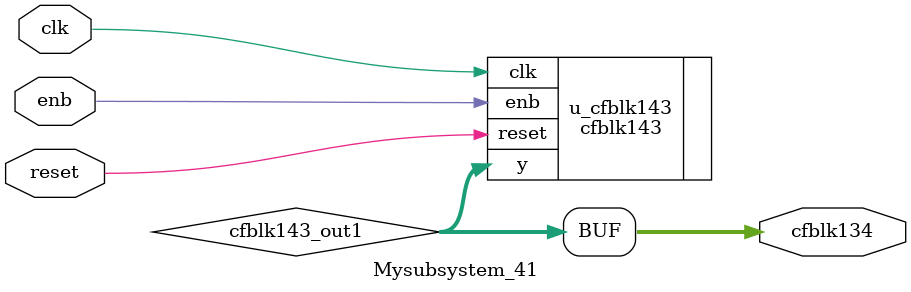
<source format=v>



`timescale 1 ns / 1 ns

module Mysubsystem_41
          (clk,
           reset,
           enb,
           cfblk134);


  input   clk;
  input   reset;
  input   enb;
  output  [7:0] cfblk134;  // uint8


  wire [7:0] cfblk143_out1;  // uint8


  cfblk143 u_cfblk143 (.clk(clk),
                       .reset(reset),
                       .enb(enb),
                       .y(cfblk143_out1)  // uint8
                       );

  assign cfblk134 = cfblk143_out1;

endmodule  // Mysubsystem_41


</source>
